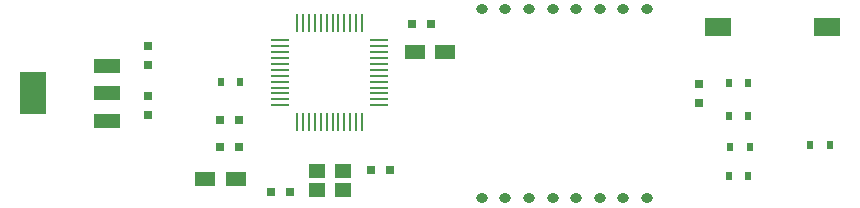
<source format=gtp>
G04*
G04 #@! TF.GenerationSoftware,Altium Limited,Altium Designer,19.1.5 (86)*
G04*
G04 Layer_Color=8421504*
%FSLAX44Y44*%
%MOMM*%
G71*
G01*
G75*
%ADD16R,2.1800X1.6000*%
%ADD17R,2.2352X1.2192*%
%ADD18R,2.2000X3.6000*%
%ADD19R,1.8000X1.2300*%
%ADD20R,0.7000X0.7500*%
%ADD21R,1.5600X0.2800*%
%ADD22R,0.2800X1.5600*%
%ADD23R,0.6000X0.7500*%
%ADD24R,0.7500X0.7000*%
%ADD25R,1.4000X1.2000*%
%ADD26O,1.0000X0.8000*%
D16*
X611500Y210000D02*
D03*
X703500D02*
D03*
D17*
X93750Y130636D02*
D03*
Y153750D02*
D03*
Y176864D02*
D03*
D18*
X31772Y153750D02*
D03*
D19*
X203100Y81250D02*
D03*
X176900D02*
D03*
X354400Y188750D02*
D03*
X380600D02*
D03*
D20*
X190000Y131250D02*
D03*
X206000D02*
D03*
X189500Y108750D02*
D03*
X205500D02*
D03*
X368000Y212500D02*
D03*
X352000D02*
D03*
X317500Y88750D02*
D03*
X333500D02*
D03*
X249250Y70000D02*
D03*
X233250D02*
D03*
D21*
X324300Y143750D02*
D03*
Y148750D02*
D03*
Y153750D02*
D03*
Y158750D02*
D03*
Y163750D02*
D03*
Y168750D02*
D03*
Y173750D02*
D03*
Y178750D02*
D03*
Y183750D02*
D03*
Y188750D02*
D03*
Y193750D02*
D03*
Y198750D02*
D03*
X240700D02*
D03*
Y193750D02*
D03*
Y188750D02*
D03*
Y183750D02*
D03*
Y178750D02*
D03*
Y173750D02*
D03*
Y168750D02*
D03*
Y163750D02*
D03*
Y158750D02*
D03*
Y153750D02*
D03*
Y148750D02*
D03*
Y143750D02*
D03*
D22*
X255000Y129450D02*
D03*
X260000D02*
D03*
X265000D02*
D03*
X270000D02*
D03*
X275000D02*
D03*
X280000D02*
D03*
X285000D02*
D03*
X290000D02*
D03*
X295000D02*
D03*
X300000D02*
D03*
X305000D02*
D03*
X310000D02*
D03*
Y213050D02*
D03*
X305000D02*
D03*
X300000D02*
D03*
X295000D02*
D03*
X290000D02*
D03*
X285000D02*
D03*
X280000D02*
D03*
X275000D02*
D03*
X270000D02*
D03*
X265000D02*
D03*
X260000D02*
D03*
X255000D02*
D03*
D23*
X620500Y83750D02*
D03*
X637000D02*
D03*
X621750Y108750D02*
D03*
X638250D02*
D03*
X620500Y162500D02*
D03*
X637000D02*
D03*
X620500Y135000D02*
D03*
X637000D02*
D03*
X705750Y110000D02*
D03*
X689250D02*
D03*
X190500Y163750D02*
D03*
X207000D02*
D03*
D24*
X595000Y145750D02*
D03*
Y161750D02*
D03*
X128750Y151750D02*
D03*
Y135750D02*
D03*
Y194250D02*
D03*
Y178250D02*
D03*
D25*
X271500Y72000D02*
D03*
X293500D02*
D03*
Y88000D02*
D03*
X271500D02*
D03*
D26*
X551250Y225000D02*
D03*
X531250D02*
D03*
X511250D02*
D03*
X491320D02*
D03*
X471250D02*
D03*
X451250D02*
D03*
X431250D02*
D03*
X411250D02*
D03*
Y65000D02*
D03*
X431250D02*
D03*
X451250D02*
D03*
X471250D02*
D03*
X491250D02*
D03*
X511250D02*
D03*
X531250D02*
D03*
X551250D02*
D03*
M02*

</source>
